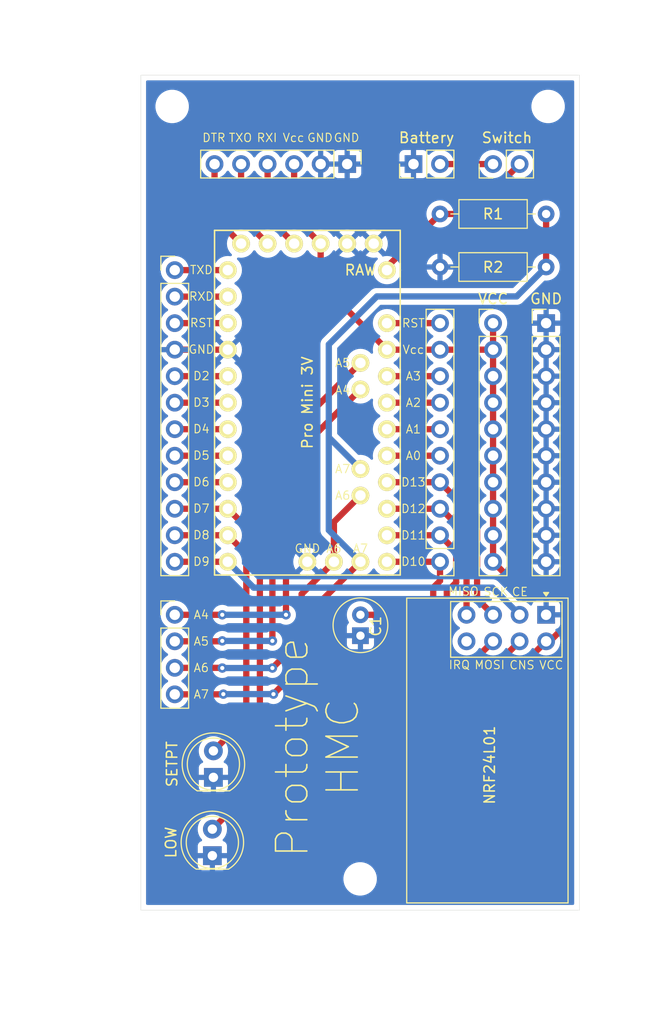
<source format=kicad_pcb>
(kicad_pcb (version 20240108) (generator "pcbnew") (generator_version "8.0")
  (layers (0 "F.Cu" signal "Front") (1 "In1.Cu" signal) (2 "In2.Cu" signal) (31 "B.Cu" signal "Back") (34 "B.Paste" user) (35 "F.Paste" user) (36 "B.SilkS" user "B.Silkscreen") (37 "F.SilkS" user "F.Silkscreen") (38 "B.Mask" user) (39 "F.Mask" user) (44 "Edge.Cuts" user))
  (net 0 "")
  (net 1 "GND")
  (net 2 "Net-(Battery1-Pin_2)")
  (net 3 "Vcc")
  (net 4 "RX1")
  (net 5 "DTR")
  (net 6 "TX0")
  (net 7 "A7")
  (net 8 "A5")
  (net 9 "A4")
  (net 10 "A6")
  (net 11 "D8")
  (net 12 "D3")
  (net 13 "D7")
  (net 14 "D4")
  (net 15 "D2")
  (net 16 "D5")
  (net 17 "D9")
  (net 18 "D6")
  (net 19 "RST")
  (net 20 "A0")
  (net 21 "D10")
  (net 22 "MOSI")
  (net 23 "A2")
  (net 24 "SCK")
  (net 25 "A3")
  (net 26 "MISO")
  (net 27 "A1")
  (net 28 "RAW")
  (net 30 "RX_D1")
  (net 31 "TX_D0")
  (net 32 "RST1")
  (footprint "Connector_PinHeader_2.54mm:PinHeader_1x02_P2.54mm_Vertical" (layer "F.Cu") (at 151.83 51.52 90)
    (property "Reference" "Switch" (at 2.52 1.33 180) (layer "F.SilkS"))
    (property "Value" "Conn_01x02")
    (fp_line (start -1.33 -1.33) (end 0 -1.33) (stroke (width 0.12)) (layer "F.SilkS"))
    (fp_line (start -1.33 0) (end -1.33 -1.33) (stroke (width 0.12)) (layer "F.SilkS"))
    (fp_line (start 1.33 1.27) (end 1.33 3.87) (stroke (width 0.12)) (layer "F.SilkS"))
    (fp_line (start -1.33 1.27) (end 1.33 1.27) (stroke (width 0.12)) (layer "F.SilkS"))
    (fp_line (start -1.33 1.27) (end -1.33 3.87) (stroke (width 0.12)) (layer "F.SilkS"))
    (fp_line (start -1.33 3.87) (end 1.33 3.87) (stroke (width 0.12)) (layer "F.SilkS"))
    (pad "1" thru_hole oval (at 0 0 90) (size 1.7 1.7) (drill 1) (layers "*.Cu" "*.Mask") (net 2 "Net-(Battery1-Pin_2)"))
    (pad "2" thru_hole oval (at 0 2.54 90) (size 1.7 1.7) (drill 1) (layers "*.Cu" "*.Mask") (net 28 "RAW"))
  )
  (footprint "MountingHole:MountingHole_2.7mm_M2.5" (layer "F.Cu") (at 157.1 46)
    (property "Reference" "REF**" (hide yes))
    (property "Value" "MountingHole_2.7mm_M2.5")
    (pad "" np_thru_hole circle (at 0 0) (size 2.7 2.7) (drill 2.7) (layers "*.Cu" "*.Mask"))
  )
  (footprint "Connector_PinHeader_2.54mm:PinHeader_1x10_P2.54mm_Vertical" (layer "F.Cu") (at 151.83 66.76)
    (property "Reference" "VCC" (at 0 -2.33 0) (layer "F.SilkS"))
    (property "Value" "Conn_01x10")
    (fp_line (start -1.33 -1.33) (end 0 -1.33) (stroke (width 0.12)) (layer "F.SilkS"))
    (fp_line (start -1.33 0) (end -1.33 -1.33) (stroke (width 0.12)) (layer "F.SilkS"))
    (fp_line (start -1.33 1.27) (end -1.33 24.19) (stroke (width 0.12)) (layer "F.SilkS"))
    (fp_line (start -1.33 1.27) (end 1.33 1.27) (stroke (width 0.12)) (layer "F.SilkS"))
    (fp_line (start -1.33 24.19) (end 1.33 24.19) (stroke (width 0.12)) (layer "F.SilkS"))
    (fp_line (start 1.33 1.27) (end 1.33 24.19) (stroke (width 0.12)) (layer "F.SilkS"))
    (pad "1" thru_hole oval (at 0 0) (size 1.7 1.7) (drill 1) (layers "*.Cu" "*.Mask") (net 3 "Vcc"))
    (pad "2" thru_hole oval (at 0 2.54) (size 1.7 1.7) (drill 1) (layers "*.Cu" "*.Mask") (net 3 "Vcc"))
    (pad "3" thru_hole oval (at 0 5.08) (size 1.7 1.7) (drill 1) (layers "*.Cu" "*.Mask") (net 3 "Vcc"))
    (pad "4" thru_hole oval (at 0 7.62) (size 1.7 1.7) (drill 1) (layers "*.Cu" "*.Mask") (net 3 "Vcc"))
    (pad "5" thru_hole oval (at 0 10.16) (size 1.7 1.7) (drill 1) (layers "*.Cu" "*.Mask") (net 3 "Vcc"))
    (pad "6" thru_hole oval (at 0 12.7) (size 1.7 1.7) (drill 1) (layers "*.Cu" "*.Mask") (net 3 "Vcc"))
    (pad "7" thru_hole oval (at 0 15.24) (size 1.7 1.7) (drill 1) (layers "*.Cu" "*.Mask") (net 3 "Vcc"))
    (pad "8" thru_hole oval (at 0 17.78) (size 1.7 1.7) (drill 1) (layers "*.Cu" "*.Mask") (net 3 "Vcc"))
    (pad "9" thru_hole oval (at 0 20.32) (size 1.7 1.7) (drill 1) (layers "*.Cu" "*.Mask") (net 3 "Vcc"))
    (pad "10" thru_hole oval (at 0 22.86) (size 1.7 1.7) (drill 1) (layers "*.Cu" "*.Mask") (net 3 "Vcc"))
  )
  (footprint "MountingHole:MountingHole_2.7mm_M2.5" (layer "F.Cu") (at 121.1 46)
    (property "Reference" "REF**" (hide yes))
    (property "Value" "MountingHole_2.7mm_M2.5")
    (pad "" np_thru_hole circle (at 0 0) (size 2.7 2.7) (drill 2.7) (layers "*.Cu" "*.Mask"))
  )
  (footprint "Connector_PinHeader_2.54mm:PinHeader_1x02_P2.54mm_Vertical" (layer "F.Cu") (at 144.21 51.52 90)
    (property "Reference" "Battery" (at 2.52 1.25 180) (layer "F.SilkS"))
    (property "Value" "Conn_01x02")
    (fp_line (start -1.33 -1.33) (end 0 -1.33) (stroke (width 0.12)) (layer "F.SilkS"))
    (fp_line (start -1.33 0) (end -1.33 -1.33) (stroke (width 0.12)) (layer "F.SilkS"))
    (fp_line (start 1.33 1.27) (end 1.33 3.87) (stroke (width 0.12)) (layer "F.SilkS"))
    (fp_line (start -1.33 1.27) (end 1.33 1.27) (stroke (width 0.12)) (layer "F.SilkS"))
    (fp_line (start -1.33 1.27) (end -1.33 3.87) (stroke (width 0.12)) (layer "F.SilkS"))
    (fp_line (start -1.33 3.87) (end 1.33 3.87) (stroke (width 0.12)) (layer "F.SilkS"))
    (pad "1" thru_hole rect (at 0 0 90) (size 1.7 1.7) (drill 1) (layers "*.Cu" "*.Mask") (net 1 "GND"))
    (pad "2" thru_hole oval (at 0 2.54 90) (size 1.7 1.7) (drill 1) (layers "*.Cu" "*.Mask") (net 2 "Net-(Battery1-Pin_2)"))
  )
  (footprint "Connector_PinHeader_2.54mm:PinHeader_1x06_P2.54mm_Vertical" (layer "F.Cu") (at 137.86 51.52 -90)
    (property "Reference" "FTDI1" (hide yes))
    (property "Value" "Conn_01x06")
    (fp_line (start -1.33 14.03) (end 1.33 14.03) (stroke (width 0.12)) (layer "F.SilkS"))
    (fp_line (start -1.33 1.27) (end -1.33 14.03) (stroke (width 0.12)) (layer "F.SilkS"))
    (fp_line (start -1.33 1.27) (end 1.33 1.27) (stroke (width 0.12)) (layer "F.SilkS"))
    (fp_line (start 1.33 1.27) (end 1.33 14.03) (stroke (width 0.12)) (layer "F.SilkS"))
    (fp_line (start -1.33 0) (end -1.33 -1.33) (stroke (width 0.12)) (layer "F.SilkS"))
    (fp_line (start -1.33 -1.33) (end 0 -1.33) (stroke (width 0.12)) (layer "F.SilkS"))
    (pad "1" thru_hole rect (at 0 0 270) (size 1.7 1.7) (drill 1) (layers "*.Cu" "*.Mask") (net 1 "GND"))
    (pad "2" thru_hole oval (at 0 2.54 270) (size 1.7 1.7) (drill 1) (layers "*.Cu" "*.Mask") (net 1 "GND"))
    (pad "3" thru_hole oval (at 0 5.08 270) (size 1.7 1.7) (drill 1) (layers "*.Cu" "*.Mask") (net 3 "Vcc"))
    (pad "4" thru_hole oval (at 0 7.62 270) (size 1.7 1.7) (drill 1) (layers "*.Cu" "*.Mask") (net 4 "RX1"))
    (pad "5" thru_hole oval (at 0 10.16 270) (size 1.7 1.7) (drill 1) (layers "*.Cu" "*.Mask") (net 6 "TX0"))
    (pad "6" thru_hole oval (at 0 12.7 270) (size 1.7 1.7) (drill 1) (layers "*.Cu" "*.Mask") (net 5 "DTR"))
  )
  (footprint "Connector_PinHeader_2.54mm:PinHeader_1x10_P2.54mm_Vertical" (layer "F.Cu") (at 156.91 66.76)
    (property "Reference" "GND" (at 0 -2.33 0) (layer "F.SilkS"))
    (property "Value" "Conn_01x10")
    (fp_line (start -1.33 -1.33) (end 0 -1.33) (stroke (width 0.12)) (layer "F.SilkS"))
    (fp_line (start -1.33 0) (end -1.33 -1.33) (stroke (width 0.12)) (layer "F.SilkS"))
    (fp_line (start -1.33 1.27) (end -1.33 24.19) (stroke (width 0.12)) (layer "F.SilkS"))
    (fp_line (start -1.33 1.27) (end 1.33 1.27) (stroke (width 0.12)) (layer "F.SilkS"))
    (fp_line (start -1.33 24.19) (end 1.33 24.19) (stroke (width 0.12)) (layer "F.SilkS"))
    (fp_line (start 1.33 1.27) (end 1.33 24.19) (stroke (width 0.12)) (layer "F.SilkS"))
    (pad "1" thru_hole rect (at 0 0) (size 1.7 1.7) (drill 1) (layers "*.Cu" "*.Mask") (net 1 "GND"))
    (pad "2" thru_hole oval (at 0 2.54) (size 1.7 1.7) (drill 1) (layers "*.Cu" "*.Mask") (net 1 "GND"))
    (pad "3" thru_hole oval (at 0 5.08) (size 1.7 1.7) (drill 1) (layers "*.Cu" "*.Mask") (net 1 "GND"))
    (pad "4" thru_hole oval (at 0 7.62) (size 1.7 1.7) (drill 1) (layers "*.Cu" "*.Mask") (net 1 "GND"))
    (pad "5" thru_hole oval (at 0 10.16) (size 1.7 1.7) (drill 1) (layers "*.Cu" "*.Mask") (net 1 "GND"))
    (pad "6" thru_hole oval (at 0 12.7) (size 1.7 1.7) (drill 1) (layers "*.Cu" "*.Mask") (net 1 "GND"))
    (pad "7" thru_hole oval (at 0 15.24) (size 1.7 1.7) (drill 1) (layers "*.Cu" "*.Mask") (net 1 "GND"))
    (pad "8" thru_hole oval (at 0 17.78) (size 1.7 1.7) (drill 1) (layers "*.Cu" "*.Mask") (net 1 "GND"))
    (pad "9" thru_hole oval (at 0 20.32) (size 1.7 1.7) (drill 1) (layers "*.Cu" "*.Mask") (net 1 "GND"))
    (pad "10" thru_hole oval (at 0 22.86) (size 1.7 1.7) (drill 1) (layers "*.Cu" "*.Mask") (net 1 "GND"))
  )
  (footprint "Resistor_THT:R_Axial_DIN0207_L6.3mm_D2.5mm_P10.16mm_Horizontal" (layer "F.Cu") (at 146.75 56.3)
    (property "Reference" "R1" (at 5.08 0 0) (layer "F.SilkS"))
    (property "Value" "R")
    (fp_line (start 1.04 0) (end 1.81 0) (stroke (width 0.12)) (layer "F.SilkS"))
    (fp_line (start 1.81 -1.37) (end 1.81 1.37) (stroke (width 0.12)) (layer "F.SilkS"))
    (fp_line (start 1.81 1.37) (end 8.35 1.37) (stroke (width 0.12)) (layer "F.SilkS"))
    (fp_line (start 8.35 -1.37) (end 1.81 -1.37) (stroke (width 0.12)) (layer "F.SilkS"))
    (fp_line (start 8.35 1.37) (end 8.35 -1.37) (stroke (width 0.12)) (layer "F.SilkS"))
    (fp_line (start 9.12 0) (end 8.35 0) (stroke (width 0.12)) (layer "F.SilkS"))
    (pad "1" thru_hole circle (at 0 0) (size 1.6 1.6) (drill 0.8) (layers "*.Cu" "*.Mask") (net 28 "RAW"))
    (pad "2" thru_hole oval (at 10.16 0) (size 1.6 1.6) (drill 0.8) (layers "*.Cu" "*.Mask") (net 7 "A7"))
  )
  (footprint "MountingHole:MountingHole_2.7mm_M2.5" (layer "F.Cu") (at 139.1 120)
    (property "Reference" "REF**" (hide yes))
    (property "Value" "MountingHole_2.7mm_M2.5")
    (pad "" np_thru_hole circle (at 0 0) (size 2.7 2.7) (drill 2.7) (layers "*.Cu" "*.Mask"))
  )
  (footprint "Connector_PinHeader_2.54mm:PinHeader_1x10_P2.54mm_Vertical" (layer "F.Cu") (at 146.75 89.62 180)
    (property "Reference" "JRight1" (hide yes))
    (property "Value" "Conn_01x10")
    (fp_line (start 1.33 1.27) (end 1.33 24.19) (stroke (width 0.12)) (layer "F.SilkS"))
    (fp_line (start -1.33 24.19) (end 1.33 24.19) (stroke (width 0.12)) (layer "F.SilkS"))
    (fp_line (start -1.33 1.27) (end 1.33 1.27) (stroke (width 0.12)) (layer "F.SilkS"))
    (fp_line (start -1.33 1.27) (end -1.33 24.19) (stroke (width 0.12)) (layer "F.SilkS"))
    (fp_line (start -1.33 0) (end -1.33 -1.33) (stroke (width 0.12)) (layer "F.SilkS"))
    (fp_line (start -1.33 -1.33) (end 0 -1.33) (stroke (width 0.12)) (layer "F.SilkS"))
    (pad "1" thru_hole oval (at 0 0 180) (size 1.7 1.7) (drill 1) (layers "*.Cu" "*.Mask") (net 21 "D10"))
    (pad "2" thru_hole oval (at 0 2.54 180) (size 1.7 1.7) (drill 1) (layers "*.Cu" "*.Mask") (net 22 "MOSI"))
    (pad "3" thru_hole oval (at 0 5.08 180) (size 1.7 1.7) (drill 1) (layers "*.Cu" "*.Mask") (net 26 "MISO"))
    (pad "4" thru_hole oval (at 0 7.62 180) (size 1.7 1.7) (drill 1) (layers "*.Cu" "*.Mask") (net 24 "SCK"))
    (pad "5" thru_hole oval (at 0 10.16 180) (size 1.7 1.7) (drill 1) (layers "*.Cu" "*.Mask") (net 20 "A0"))
    (pad "6" thru_hole oval (at 0 12.7 180) (size 1.7 1.7) (drill 1) (layers "*.Cu" "*.Mask") (net 27 "A1"))
    (pad "7" thru_hole oval (at 0 15.24 180) (size 1.7 1.7) (drill 1) (layers "*.Cu" "*.Mask") (net 23 "A2"))
    (pad "8" thru_hole oval (at 0 17.78 180) (size 1.7 1.7) (drill 1) (layers "*.Cu" "*.Mask") (net 25 "A3"))
    (pad "9" thru_hole oval (at 0 20.32 180) (size 1.7 1.7) (drill 1) (layers "*.Cu" "*.Mask") (net 3 "Vcc"))
    (pad "10" thru_hole oval (at 0 22.86 180) (size 1.7 1.7) (drill 1) (layers "*.Cu" "*.Mask") (net 19 "RST"))
  )
  (footprint "LED_THT:LED_D5.0mm" (layer "F.Cu") (at 124.95 117.775 90)
    (property "Reference" "LOW" (at 1.27 -3.96 90) (layer "F.SilkS"))
    (property "Value" "LED")
    (fp_line (start -1.29 -1.545) (end -1.29 1.545) (stroke (width 0.12)) (layer "F.SilkS"))
    (fp_arc (start -1.29 -1.54483) (mid 2.072002 -2.880433) (end 4.26 0.000462) (stroke (width 0.12)) (layer "F.SilkS"))
    (fp_arc (start 4.26 -0.000462) (mid 2.072002 2.880433) (end -1.29 1.54483) (stroke (width 0.12)) (layer "F.SilkS"))
    (fp_circle (center 1.27 0) (end 3.77 0) (stroke (width 0.12)) (fill none) (layer "F.SilkS"))
    (pad "1" thru_hole rect (at 0 0 90) (size 1.8 1.8) (drill 0.9) (layers "*.Cu" "*.Mask") (net 1 "GND"))
    (pad "2" thru_hole circle (at 2.54 0 90) (size 1.8 1.8) (drill 0.9) (layers "*.Cu" "*.Mask") (net 13 "D7"))
  )
  (footprint "Capacitor_THT:C_Radial_D5.0mm_H11.0mm_P2.00mm" (layer "F.Cu") (at 139.13 94.7 -90)
    (property "Reference" "C1" (at 1.1 -1.47 -90) (layer "F.SilkS"))
    (property "Value" "C_Polarized")
    (fp_circle (center 1 0) (end 3.62 0) (stroke (width 0.12)) (fill none) (layer "F.SilkS"))
    (pad "1" thru_hole circle (at 0 0 270) (size 1.6 1.6) (drill 0.8) (layers "*.Cu" "*.Mask") (net 3 "Vcc"))
    (pad "2" thru_hole rect (at 2 0 270) (size 1.6 1.6) (drill 0.8) (layers "*.Cu" "*.Mask") (net 1 "GND"))
  )
  (footprint "Pro_Mini:Pro_Mini_Universal" (layer "F.Cu") (at 126.43 61.68)
    (property "Reference" "Pro Mini 3V" (at 7.62 12.7 90) (layer "F.SilkS"))
    (property "Value" "Pro_Mini")
    (fp_line (start -1.27 -3.81) (end -1.27 29.21) (stroke (width 0.15)) (layer "F.SilkS"))
    (fp_line (start -1.27 -3.81) (end 16.51 -3.81) (stroke (width 0.15)) (layer "F.SilkS"))
    (fp_line (start -1.27 29.21) (end 16.51 29.21) (stroke (width 0.15)) (layer "F.SilkS"))
    (fp_line (start 16.51 29.21) (end 16.51 -3.81) (stroke (width 0.15)) (layer "F.SilkS"))
    (fp_text user "TXO" (at 1.21 -12.68 0) (layer "F.SilkS") (effects (font (size 0.8 0.8) (thickness 0.1))))
    (fp_text user "A4" (at 11 11.5 180) (layer "F.SilkS") (effects (font (size 0.8 0.8) (thickness 0.1))))
    (fp_text user "GND" (at 7.62 26.67 0) (layer "F.SilkS") (effects (font (size 0.8 0.8) (thickness 0.1))))
    (fp_text user "D11" (at 17.77 25.4 0) (layer "F.SilkS") (effects (font (size 0.8 0.8) (thickness 0.1))))
    (fp_text user "GND" (at 8.83 -12.68 0) (layer "F.SilkS") (effects (font (size 0.8 0.8) (thickness 0.1))))
    (fp_text user "D5" (at -2.53 17.76 0) (layer "F.SilkS") (effects (font (size 0.8 0.8) (thickness 0.1))))
    (fp_text user "DTR" (at -1.33 -12.68 180) (layer "F.SilkS") (effects (font (size 0.8 0.8) (thickness 0.1))))
    (fp_text user "D8" (at -2.53 25.38 0) (layer "F.SilkS") (effects (font (size 0.8 0.8) (thickness 0.1))))
    (fp_text user "A6" (at 11 21.59 0) (layer "F.SilkS") (effects (font (size 0.8 0.8) (thickness 0.1))))
    (fp_text user "D12" (at 17.77 22.86 0) (layer "F.SilkS") (effects (font (size 0.8 0.8) (thickness 0.1))))
    (fp_text user "A2" (at 17.77 12.7 0) (layer "F.SilkS") (effects (font (size 0.8 0.8) (thickness 0.1))))
    (fp_text user "Vcc" (at 6.29 -12.68 0) (layer "F.SilkS") (effects (font (size 0.8 0.8) (thickness 0.1))))
    (fp_text user "A6" (at 10.16 26.67 180) (layer "F.SilkS") (effects (font (size 0.8 0.8) (thickness 0.1))))
    (fp_text user "RXI" (at 3.75 -12.68 0) (layer "F.SilkS") (effects (font (size 0.8 0.8) (thickness 0.1))))
    (fp_text user "D13" (at 17.77 20.32 0) (layer "F.SilkS") (effects (font (size 0.8 0.8) (thickness 0.1))))
    (fp_text user "D2" (at -2.53 10.14 0) (layer "F.SilkS") (effects (font (size 0.8 0.8) (thickness 0.1))))
    (fp_text user "D9" (at -2.53 27.92 180) (layer "F.SilkS") (effects (font (size 0.8 0.8) (thickness 0.1))))
    (fp_text user "D10" (at 17.77 27.92 0) (layer "F.SilkS") (effects (font (size 0.8 0.8) (thickness 0.1))))
    (fp_text user "RST" (at 17.77 5.08 0) (layer "F.SilkS") (effects (font (size 0.8 0.8) (thickness 0.1))))
    (fp_text user "D6" (at -2.53 20.3 0) (layer "F.SilkS") (effects (font (size 0.8 0.8) (thickness 0.1))))
    (fp_text user "A7" (at 11 19.05 0) (layer "F.SilkS") (effects (font (size 0.8 0.8) (thickness 0.1))))
    (fp_text user "Vcc" (at 17.77 7.62 0) (layer "F.SilkS") (effects (font (size 0.8 0.8) (thickness 0.1))))
    (fp_text user "A5" (at 11 8.89 180) (layer "F.SilkS") (effects (font (size 0.8 0.8) (thickness 0.1))))
    (fp_text user "TXD" (at -2.53 -0.02 0) (layer "F.SilkS") (effects (font (size 0.8 0.8) (thickness 0.1))))
    (fp_text user "A3" (at 17.77 10.16 0) (layer "F.SilkS") (effects (font (size 0.8 0.8) (thickness 0.1))))
    (fp_text user "RST" (at -2.53 5.06 0) (layer "F.SilkS") (effects (font (size 0.8 0.8) (thickness 0.1))))
    (fp_text user "D7" (at -2.53 22.84 0) (layer "F.SilkS") (effects (font (size 0.8 0.8) (thickness 0.1))))
    (fp_text user "A1" (at 17.77 15.24 0) (layer "F.SilkS") (effects (font (size 0.8 0.8) (thickness 0.1))))
    (fp_text user "RAW" (at 12.7 0 0) (layer "F.SilkS"))
    (fp_text user "D3" (at -2.53 12.68 0) (layer "F.SilkS") (effects (font (size 0.8 0.8) (thickness 0.1))))
    (fp_text user "RXD" (at -2.53 2.52 0) (layer "F.SilkS") (effects (font (size 0.8 0.8) (thickness 0.1))))
    (fp_text user "GND" (at 11.37 -12.68 0) (layer "F.SilkS") (effects (font (size 0.8 0.8) (thickness 0.1))))
    (fp_text user "GND" (at -2.53 7.6 0) (layer "F.SilkS") (effects (font (size 0.8 0.8) (thickness 0.1))))
    (fp_text user "D4" (at -2.53 15.22 0) (layer "F.SilkS") (effects (font (size 0.8 0.8) (thickness 0.1))))
    (fp_text user "A0" (at 17.77 17.78 0) (layer "F.SilkS") (effects (font (size 0.8 0.8) (thickness 0.1))))
    (fp_text user "A7" (at 12.7 26.67 180) (layer "F.SilkS") (effects (font (size 0.8 0.8) (thickness 0.1))))
    (pad "1" thru_hole circle (at 13.97 -2.54) (size 1.7 1.7) (drill 1) (layers "*.Cu" "*.Mask" "F.SilkS") (net 1 "GND"))
    (pad "2" thru_hole circle (at 11.43 -2.54) (size 1.7 1.7) (drill 1) (layers "*.Cu" "*.Mask" "F.SilkS") (net 1 "GND"))
    (pad "3" thru_hole circle (at 8.89 -2.54) (size 1.7 1.7) (drill 1) (layers "*.Cu" "*.Mask" "F.SilkS") (net 3 "Vcc"))
    (pad "4" thru_hole circle (at 6.35 -2.54) (size 1.7 1.7) (drill 1) (layers "*.Cu" "*.Mask" "F.SilkS") (net 4 "RX1"))
    (pad "5" thru_hole circle (at 3.81 -2.54) (size 1.7 1.7) (drill 1) (layers "*.Cu" "*.Mask" "F.SilkS") (net 6 "TX0"))
    (pad "6" thru_hole circle (at 1.27 -2.54) (size 1.7 1.7) (drill 1) (layers "*.Cu" "*.Mask" "F.SilkS") (net 5 "DTR"))
    (pad "7" thru_hole circle (at 0 0) (size 1.7 1.7) (drill 1) (layers "*.Cu" "*.Mask" "F.SilkS") (net 31 "TX_D0"))
    (pad "8" thru_hole circle (at 0 2.54) (size 1.7 1.7) (drill 1) (layers "*.Cu" "*.Mask" "F.SilkS") (net 30 "RX_D1"))
    (pad "9" thru_hole circle (at 0 5.08) (size 1.7 1.7) (drill 1) (layers "*.Cu" "*.Mask" "F.SilkS") (net 32 "RST1"))
    (pad "10" thru_hole circle (at 0 7.62) (size 1.7 1.7) (drill 1) (layers "*.Cu" "*.Mask" "F.SilkS") (net 1 "GND"))
    (pad "10" thru_hole circle (at 7.62 27.94) (size 1.7 1.7) (drill 1) (layers "*.Cu" "*.Mask" "F.SilkS") (net 1 "GND"))
    (pad "11" thru_hole circle (at 0 10.16) (size 1.7 1.7) (drill 1) (layers "*.Cu" "*.Mask" "F.SilkS") (net 15 "D2"))
    (pad "12" thru_hole circle (at 0 12.7) (size 1.7 1.7) (drill 1) (layers "*.Cu" "*.Mask" "F.SilkS") (net 12 "D3"))
    (pad "13" thru_hole circle (at 0 15.24) (size 1.7 1.7) (drill 1) (layers "*.Cu" "*.Mask" "F.SilkS") (net 14 "D4"))
    (pad "14" thru_hole circle (at 0 17.78) (size 1.7 1.7) (drill 1) (layers "*.Cu" "*.Mask" "F.SilkS") (net 16 "D5"))
    (pad "15" thru_hole circle (at 0 20.32) (size 1.7 1.7) (drill 1) (layers "*.Cu" "*.Mask" "F.SilkS") (net 18 "D6"))
    (pad "16" thru_hole circle (at 0 22.86) (size 1.7 1.7) (drill 1) (layers "*.Cu" "*.Mask" "F.SilkS") (net 13 "D7"))
    (pad "17" thru_hole circle (at 0 25.4) (size 1.7 1.7) (drill 1) (layers "*.Cu" "*.Mask" "F.SilkS") (net 11 "D8"))
    (pad "18" thru_hole circle (at 0 27.94) (size 1.7 1.7) (drill 1) (layers "*.Cu" "*.Mask" "F.SilkS") (net 17 "D9"))
    (pad "19" thru_hole circle (at 15.24 0) (size 1.7 1.7) (drill 1) (layers "*.Cu" "*.Mask" "F.SilkS") (net 28 "RAW"))
    (pad "21" thru_hole circle (at 15.24 5.08) (size 1.7 1.7) (drill 1) (layers "*.Cu" "*.Mask" "F.SilkS") (net 19 "RST"))
    (pad "22" thru_hole circle (at 15.24 7.62) (size 1.7 1.7) (drill 1) (layers "*.Cu" "*.Mask" "F.SilkS") (net 3 "Vcc"))
    (pad "23" thru_hole circle (at 15.24 10.16) (size 1.7 1.7) (drill 1) (layers "*.Cu" "*.Mask" "F.SilkS") (net 25 "A3"))
    (pad "24" thru_hole circle (at 15.24 12.7) (size 1.7 1.7) (drill 1) (layers "*.Cu" "*.Mask" "F.SilkS") (net 23 "A2"))
    (pad "25" thru_hole circle (at 15.24 15.24) (size 1.7 1.7) (drill 1) (layers "*.Cu" "*.Mask" "F.SilkS") (net 27 "A1"))
    (pad "26" thru_hole circle (at 15.24 17.78) (size 1.7 1.7) (drill 1) (layers "*.Cu" "*.Mask" "F.SilkS") (net 20 "A0"))
    (pad "27" thru_hole circle (at 15.24 20.32) (size 1.7 1.7) (drill 1) (layers "*.Cu" "*.Mask" "F.SilkS") (net 24 "SCK"))
    (pad "28" thru_hole circle (at 15.24 22.86) (size 1.7 1.7) (drill 1) (layers "*.Cu" "*.Mask" "F.SilkS") (net 26 "MISO"))
    (pad "29" thru_hole circle (at 15.24 25.4) (size 1.7 1.7) (drill 1) (layers "*.Cu" "*.Mask" "F.SilkS") (net 22 "MOSI"))
    (pad "30" thru_hole circle (at 15.24 27.94) (size 1.7 1.7) (drill 1) (layers "*.Cu" "*.Mask" "F.SilkS") (net 21 "D10"))
    (pad "31" thru_hole circle (at 12.7 11.43) (size 1.7 1.7) (drill 1) (layers "*.Cu" "*.Mask" "F.SilkS") (net 9 "A4"))
    (pad "32" thru_hole circle (at 12.7 8.89) (size 1.7 1.7) (drill 1) (layers "*.Cu" "*.Mask" "F.SilkS") (net 8 "A5"))
    (pad "33" thru_hole circle (at 10.16 27.94) (size 1.7 1.7) (drill 1) (layers "*.Cu" "*.Mask" "F.SilkS") (net 10 "A6"))
    (pad "33" thru_hole circle (at 12.7 21.59) (size 1.7 1.7) (drill 1) (layers "*.Cu" "*.Mask" "F.SilkS") (net 10 "A6"))
    (pad "34" thru_hole circle (at 12.7 19.05) (size 1.7 1.7) (drill 1) (layers "*.Cu" "*.Mask" "F.SilkS") (net 7 "A7"))
    (pad "34" thru_hole circle (at 12.7 27.94) (size 1.7 1.7) (drill 1) (layers "*.Cu" "*.Mask" "F.SilkS") (net 7 "A7"))
  )
  (footprint "RF_Module:nRF24L01_Breakout" (layer "F.Cu") (at 156.91 94.7 -90)
    (property "Reference" "NRF24L01" (at 14.4 5.41 90) (layer "F.SilkS"))
    (property "Value" "NRF24L01_Breakout")
    (fp_line (start -1.6 13.35) (end -1.6 -2.1) (stroke (width 0.12)) (layer "F.SilkS"))
    (fp_line (start 27.6 13.35) (end -1.6 13.35) (stroke (width 0.12)) (layer "F.SilkS"))
    (fp_line (start -1.27 9.144) (end -1.27 9.144) (stroke (width 0.12)) (layer "F.SilkS"))
    (fp_line (start -1.27 9.144) (end -1.27 -1.524) (stroke (width 0.12)) (layer "F.SilkS"))
    (fp_line (start 4.064 9.144) (end -1.27 9.144) (stroke (width 0.12)) (layer "F.SilkS"))
    (fp_line (start -1.27 -1.524) (end -1.27 -1.524) (stroke (width 0.12)) (layer "F.SilkS"))
    (fp_line (start -1.27 -1.524) (end 4.064 -1.524) (stroke (width 0.12)) (layer "F.SilkS"))
    (fp_line (start 4.064 -1.524) (end 4.064 9.144) (stroke (width 0.12)) (layer "F.SilkS"))
    (fp_line (start -1.6 -2.1) (end -1.6 -2.1) (stroke (width 0.12)) (layer "F.SilkS"))
    (fp_line (start -1.6 -2.1) (end 27.6 -2.1) (stroke (width 0.12)) (layer "F.SilkS"))
    (fp_line (start 27.6 -2.1) (end 27.6 13.35) (stroke (width 0.12)) (layer "F.SilkS"))
    (fp_poly (pts (xy -1.8 0) (xy -2.136 0.24) (xy -2.136 -0.24) (xy -1.8 0)) (stroke (width 0.12)) (fill solid) (layer "F.SilkS"))
    (pad "1" thru_hole rect (at 0 0 270) (size 1.7 1.7) (drill 1) (layers "*.Cu" "*.Mask") (net 1 "GND"))
    (pad "2" thru_hole circle (at 2.54 0 270) (size 1.7 1.7) (drill 1) (layers "*.Cu" "*.Mask") (net 3 "Vcc"))
    (pad "3" thru_hole circle (at 0 2.54 270) (size 1.7 1.7) (drill 1) (layers "*.Cu" "*.Mask") (net 17 "D9"))
    (pad "4" thru_hole circle (at 2.54 2.54 270) (size 1.7 1.7) (drill 1) (layers "*.Cu" "*.Mask") (net 21 "D10"))
    (pad "5" thru_hole circle (at 0 5.08 270) (size 1.7 1.7) (drill 1) (layers "*.Cu" "*.Mask") (net 24 "SCK"))
    (pad "6" thru_hole circle (at 2.54 5.08 270) (size 1.7 1.7) (drill 1) (layers "*.Cu" "*.Mask") (net 22 "MOSI"))
    (pad "7" thru_hole circle (at 0 7.62 270) (size 1.7 1.7) (drill 1) (layers "*.Cu" "*.Mask") (net 26 "MISO"))
    (pad "8" thru_hole circle (at 2.54 7.62 270) (size 1.7 1.7) (drill 1) (layers "*.Cu" "*.Mask"))
  )
  (footprint "Connector_PinHeader_2.54mm:PinHeader_1x04_P2.54mm_Vertical" (layer "F.Cu") (at 121.35 94.7)
    (property "Reference" "JBottom1" (hide yes))
    (property "Value" "Conn_01x04")
    (fp_line (start -1.33 -1.33) (end 0 -1.33) (stroke (width 0.12)) (layer "F.SilkS"))
    (fp_line (start -1.33 0) (end -1.33 -1.33) (stroke (width 0.12)) (layer "F.SilkS"))
    (fp_line (start -1.33 1.27) (end -1.33 8.95) (stroke (width 0.12)) (layer "F.SilkS"))
    (fp_line (start -1.33 1.27) (end 1.33 1.27) (stroke (width 0.12)) (layer "F.SilkS"))
    (fp_line (start -1.33 8.95) (end 1.33 8.95) (stroke (width 0.12)) (layer "F.SilkS"))
    (fp_line (start 1.33 1.27) (end 1.33 8.95) (stroke (width 0.12)) (layer "F.SilkS"))
    (pad "1" thru_hole oval (at 0 0) (size 1.7 1.7) (drill 1) (layers "*.Cu" "*.Mask") (net 9 "A4"))
    (pad "2" thru_hole oval (at 0 2.54) (size 1.7 1.7) (drill 1) (layers "*.Cu" "*.Mask") (net 8 "A5"))
    (pad "3" thru_hole oval (at 0 5.08) (size 1.7 1.7) (drill 1) (layers "*.Cu" "*.Mask") (net 10 "A6"))
    (pad "4" thru_hole oval (at 0 7.62) (size 1.7 1.7) (drill 1) (layers "*.Cu" "*.Mask") (net 7 "A7"))
  )
  (footprint "LED_THT:LED_D5.0mm" (layer "F.Cu") (at 125.05 110.275 90)
    (property "Reference" "SETPT" (at 1.27 -3.96 90) (layer "F.SilkS"))
    (property "Value" "LED")
    (fp_line (start -1.29 -1.545) (end -1.29 1.545) (stroke (width 0.12)) (layer "F.SilkS"))
    (fp_arc (start -1.29 -1.54483) (mid 2.072002 -2.880433) (end 4.26 0.000462) (stroke (width 0.12)) (layer "F.SilkS"))
    (fp_arc (start 4.26 -0.000462) (mid 2.072002 2.880433) (end -1.29 1.54483) (stroke (width 0.12)) (layer "F.SilkS"))
    (fp_circle (center 1.27 0) (end 3.77 0) (stroke (width 0.12)) (fill none) (layer "F.SilkS"))
    (pad "1" thru_hole rect (at 0 0 90) (size 1.8 1.8) (drill 0.9) (layers "*.Cu" "*.Mask") (net 1 "GND"))
    (pad "2" thru_hole circle (at 2.54 0 90) (size 1.8 1.8) (drill 0.9) (layers "*.Cu" "*.Mask") (net 11 "D8"))
  )
  (footprint "Connector_PinHeader_2.54mm:PinHeader_1x12_P2.54mm_Vertical" (layer "F.Cu") (at 121.35 61.68)
    (property "Reference" "JLeft1" (hide yes))
    (property "Value" "Conn_01x12")
    (fp_line (start -1.33 -1.33) (end 0 -1.33) (stroke (width 0.12)) (layer "F.SilkS"))
    (fp_line (start -1.33 0) (end -1.33 -1.33) (stroke (width 0.12)) (layer "F.SilkS"))
    (fp_line (start -1.33 1.27) (end -1.33 29.27) (stroke (width 0.12)) (layer "F.SilkS"))
    (fp_line (start -1.33 1.27) (end 1.33 1.27) (stroke (width 0.12)) (layer "F.SilkS"))
    (fp_line (start -1.33 29.27) (end 1.33 29.27) (stroke (width 0.12)) (layer "F.SilkS"))
    (fp_line (start 1.33 1.27) (end 1.33 29.27) (stroke (width 0.12)) (layer "F.SilkS"))
    (pad "1" thru_hole oval (at 0 0) (size 1.7 1.7) (drill 1) (layers "*.Cu" "*.Mask") (net 31 "TX_D0"))
    (pad "2" thru_hole oval (at 0 2.54) (size 1.7 1.7) (drill 1) (layers "*.Cu" "*.Mask") (net 30 "RX_D1"))
    (pad "3" thru_hole oval (at 0 5.08) (size 1.7 1.7) (drill 1) (layers "*.Cu" "*.Mask") (net 32 "RST1"))
    (pad "4" thru_hole oval (at 0 7.62) (size 1.7 1.7) (drill 1) (layers "*.Cu" "*.Mask") (net 1 "GND"))
    (pad "5" thru_hole oval (at 0 10.16) (size 1.7 1.7) (drill 1) (layers "*.Cu" "*.Mask") (net 15 "D2"))
    (pad "6" thru_hole oval (at 0 12.7) (size 1.7 1.7) (drill 1) (layers "*.Cu" "*.Mask") (net 12 "D3"))
    (pad "7" thru_hole oval (at 0 15.24) (size 1.7 1.7) (drill 1) (layers "*.Cu" "*.Mask") (net 14 "D4"))
    (pad "8" thru_hole oval (at 0 17.78) (size 1.7 1.7) (drill 1) (layers "*.Cu" "*.Mask") (net 16 "D5"))
    (pad "9" thru_hole oval (at 0 20.32) (size 1.7 1.7) (drill 1) (layers "*.Cu" "*.Mask") (net 18 "D6"))
    (pad "10" thru_hole oval (at 0 22.86) (size 1.7 1.7) (drill 1) (layers "*.Cu" "*.Mask") (net 13 "D7"))
    (pad "11" thru_hole oval (at 0 25.4) (size 1.7 1.7) (drill 1) (layers "*.Cu" "*.Mask") (net 11 "D8"))
    (pad "12" thru_hole oval (at 0 27.94) (size 1.7 1.7) (drill 1) (layers "*.Cu" "*.Mask") (net 17 "D9"))
  )
  (footprint "Resistor_THT:R_Axial_DIN0207_L6.3mm_D2.5mm_P10.16mm_Horizontal" (layer "F.Cu") (at 156.91 61.38 180)
    (property "Reference" "R2" (at 5.08 -0.02 0) (layer "F.SilkS"))
    (property "Value" "R")
    (fp_line (start 9.12 0) (end 8.35 0) (stroke (width 0.12)) (layer "F.SilkS"))
    (fp_line (start 8.35 1.37) (end 8.35 -1.37) (stroke (width 0.12)) (layer "F.SilkS"))
    (fp_line (start 8.35 -1.37) (end 1.81 -1.37) (stroke (width 0.12)) (layer "F.SilkS"))
    (fp_line (start 1.81 1.37) (end 8.35 1.37) (stroke (width 0.12)) (layer "F.SilkS"))
    (fp_line (start 1.81 -1.37) (end 1.81 1.37) (stroke (width 0.12)) (layer "F.SilkS"))
    (fp_line (start 1.04 0) (end 1.81 0) (stroke (width 0.12)) (layer "F.SilkS"))
    (pad "1" thru_hole circle (at 0 0 180) (size 1.6 1.6) (drill 0.8) (layers "*.Cu" "*.Mask") (net 7 "A7"))
    (pad "2" thru_hole oval (at 10.16 0 180) (size 1.6 1.6) (drill 0.8) (layers "*.Cu" "*.Mask") (net 1 "GND"))
  )
  (gr_rect (start 118.1 43) (end 160.1 123) (stroke (width 0.0381)) (fill none) (layer "Edge.Cuts"))
  (gr_text "IRQ" (at 148.6 99.5 0) (layer "F.SilkS") (effects (font (size 0.8 0.8) (thickness 0.1))))
  (gr_text "MOSI" (at 151.5 99.5 0) (layer "F.SilkS") (effects (font (size 0.8 0.8) (thickness 0.1))))
  (gr_text "SCK" (at 152.1 92.5 0) (layer "F.SilkS") (effects (font (size 0.8 0.8) (thickness 0.1))))
  (gr_text "A5" (at 123.89 97.24 0) (layer "F.SilkS") (effects (font (size 0.8 0.8) (thickness 0.1))))
  (gr_text "A4" (at 123.89 94.7 0) (layer "F.SilkS") (effects (font (size 0.8 0.8) (thickness 0.1))))
  (gr_text "A6" (at 123.89 99.78 0) (layer "F.SilkS") (effects (font (size 0.8 0.8) (thickness 0.1))))
  (gr_text "VCC" (at 157.4 99.52 0) (layer "F.SilkS") (effects (font (size 0.8 0.8) (thickness 0.1))))
  (gr_text "A7" (at 123.89 102.32 0) (layer "F.SilkS") (effects (font (size 0.8 0.8) (thickness 0.1))))
  (gr_text "CNS" (at 154.6 99.52 0) (layer "F.SilkS") (effects (font (size 0.8 0.8) (thickness 0.1))))
  (gr_text "Prototype\nHMC" (at 139.2 107.4 90) (layer "F.SilkS") (effects (font (size 3 3)) (justify bottom)))
  (gr_text "CE" (at 154.4 92.5 0) (layer "F.SilkS") (effects (font (size 0.8 0.8) (thickness 0.1))))
  (gr_text "MISO" (at 149 92.46 0) (layer "F.SilkS") (effects (font (size 0.8 0.8) (thickness 0.1))))
  (segment (start 121.35 69.3) (end 126.43 69.3) (width 0.6) (layer "F.Cu") (net 1))
  (segment (start 151.83 51.52) (end 146.75 51.52) (width 0.6) (layer "F.Cu") (net 2))
  (segment (start 151.83 66.76) (end 151.83 89.62) (width 0.6) (layer "F.Cu") (net 3))
  (segment (start 158.7 95.8) (end 157.26 97.24) (width 0.6) (layer "F.Cu") (net 3))
  (segment (start 147.2 101.5) (end 152.65 101.5) (width 0.6) (layer "F.Cu") (net 3))
  (segment (start 157.26 97.24) (end 156.91 97.24) (width 0.6) (layer "F.Cu") (net 3))
  (segment (start 135.32 59.14) (end 135.32 62.95) (width 0.6) (layer "F.Cu") (net 3))
  (segment (start 132.78 51.52) (end 132.78 56.6) (width 0.6) (layer "F.Cu") (net 3))
  (segment (start 158.7 93.3) (end 158.7 95.8) (width 0.6) (layer "F.Cu") (net 3))
  (segment (start 154.41 92.2) (end 157.6 92.2) (width 0.6) (layer "F.Cu") (net 3))
  (segment (start 140.4 94.7) (end 147.2 101.5) (width 0.6) (layer "F.Cu") (net 3))
  (segment (start 139.13 94.7) (end 140.4 94.7) (width 0.6) (layer "F.Cu") (net 3))
  (segment (start 151.83 89.62) (end 154.41 92.2) (width 0.6) (layer "F.Cu") (net 3))
  (segment (start 157.6 92.2) (end 158.7 93.3) (width 0.6) (layer "F.Cu") (net 3))
  (segment (start 135.32 62.95) (end 141.67 69.3) (width 0.6) (layer "F.Cu") (net 3))
  (segment (start 132.78 56.6) (end 135.32 59.14) (width 0.6) (layer "F.Cu") (net 3))
  (segment (start 146.75 69.3) (end 141.67 69.3) (width 0.6) (layer "F.Cu") (net 3))
  (segment (start 152.65 101.5) (end 156.91 97.24) (width 0.6) (layer "F.Cu") (net 3))
  (segment (start 146.75 69.3) (end 151.83 69.3) (width 0.6) (layer "F.Cu") (net 3))
  (segment (start 130.24 51.52) (end 130.24 56.6) (width 0.6) (layer "F.Cu") (net 4))
  (segment (start 130.24 56.6) (end 132.78 59.14) (width 0.6) (layer "F.Cu") (net 4))
  (segment (start 125.16 56.6) (end 127.7 59.14) (width 0.6) (layer "F.Cu") (net 5))
  (segment (start 125.16 51.52) (end 125.16 56.6) (width 0.6) (layer "F.Cu") (net 5))
  (segment (start 127.7 56.6) (end 130.24 59.14) (width 0.6) (layer "F.Cu") (net 6))
  (segment (start 127.7 51.52) (end 127.7 56.6) (width 0.6) (layer "F.Cu") (net 6))
  (segment (start 134.9 93.85) (end 134.9 98.2) (width 0.6) (layer "F.Cu") (net 7))
  (segment (start 139.13 89.62) (end 134.9 93.85) (width 0.6) (layer "F.Cu") (net 7))
  (segment (start 134.9 98.2) (end 130.8 102.3) (width 0.6) (layer "F.Cu") (net 7))
  (segment (start 125.98 102.32) (end 126 102.3) (width 0.6) (layer "F.Cu") (net 7))
  (segment (start 156.91 56.3) (end 156.91 61.38) (width 0.6) (layer "F.Cu") (net 7))
  (segment (start 121.35 102.32) (end 125.98 102.32) (width 0.6) (layer "F.Cu") (net 7))
  (via (at 126 102.3) (size 0.9) (drill 0.4) (layers "F.Cu" "B.Cu") (net 7))
  (via (at 130.8 102.3) (size 0.9) (drill 0.4) (layers "F.Cu" "B.Cu") (net 7))
  (segment (start 136.1 77.7) (end 139.13 80.73) (width 0.6) (layer "B.Cu") (net 7))
  (segment (start 136.1 86.59) (end 139.13 89.62) (width 0.6) (layer "B.Cu") (net 7))
  (segment (start 156.91 61.38) (end 154.09 64.2) (width 0.6) (layer "B.Cu") (net 7))
  (segment (start 130.8 102.3) (end 126 102.3) (width 0.6) (layer "B.Cu") (net 7))
  (segment (start 136.1 68.8) (end 136.1 77.7) (width 0.6) (layer "B.Cu") (net 7))
  (segment (start 140.7 64.2) (end 136.1 68.8) (width 0.6) (layer "B.Cu") (net 7))
  (segment (start 154.09 64.2) (end 140.7 64.2) (width 0.6) (layer "B.Cu") (net 7))
  (segment (start 136.1 77.7) (end 136.1 86.59) (width 0.6) (layer "B.Cu") (net 7))
  (segment (start 121.35 97.24) (end 125.86 97.24) (width 0.6) (layer "F.Cu") (net 8))
  (segment (start 125.86 97.24) (end 125.9 97.2) (width 0.6) (layer "F.Cu") (net 8))
  (segment (start 139.13 70.57) (end 130.7 79) (width 0.6) (layer "F.Cu") (net 8))
  (segment (start 130.7 79) (end 130.7 97.2) (width 0.6) (layer "F.Cu") (net 8))
  (via (at 125.9 97.2) (size 0.9) (drill 0.4) (layers "F.Cu" "B.Cu") (net 8))
  (via (at 130.7 97.2) (size 0.9) (drill 0.4) (layers "F.Cu" "B.Cu") (net 8))
  (segment (start 125.9 97.2) (end 130.7 97.2) (width 0.6) (layer "B.Cu") (net 8))
  (segment (start 132 80.24) (end 132 94.7) (width 0.6) (layer "F.Cu") (net 9))
  (segment (start 121.35 94.7) (end 125.9 94.7) (width 0.6) (layer "F.Cu") (net 9))
  (segment (start 139.13 73.11) (end 132 80.24) (width 0.6) (layer "F.Cu") (net 9))
  (via (at 125.9 94.7) (size 0.9) (drill 0.4) (layers "F.Cu" "B.Cu") (net 9))
  (via (at 132 94.7) (size 0.9) (drill 0.4) (layers "F.Cu" "B.Cu") (net 9))
  (segment (start 132 94.7) (end 125.9 94.7) (width 0.6) (layer "B.Cu") (net 9))
  (segment (start 133.5 92.71) (end 133.5 97) (width 0.6) (layer "F.Cu") (net 10))
  (segment (start 136.59 85.81) (end 136.59 89.62) (width 0.6) (layer "F.Cu") (net 10))
  (segment (start 133.5 97) (end 130.7 99.8) (width 0.6) (layer "F.Cu") (net 10))
  (segment (start 121.35 99.78) (end 125.88 99.78) (width 0.6) (layer "F.Cu") (net 10))
  (segment (start 136.59 89.62) (end 133.5 92.71) (width 0.6) (layer "F.Cu") (net 10))
  (segment (start 139.13 83.27) (end 136.59 85.81) (width 0.6) (layer "F.Cu") (net 10))
  (segment (start 125.88 99.78) (end 125.9 99.8) (width 0.6) (layer "F.Cu") (net 10))
  (via (at 125.9 99.8) (size 0.9) (drill 0.4) (layers "F.Cu" "B.Cu") (net 10))
  (via (at 130.7 99.8) (size 0.9) (drill 0.4) (layers "F.Cu" "B.Cu") (net 10))
  (segment (start 130.7 99.8) (end 125.9 99.8) (width 0.6) (layer "B.Cu") (net 10))
  (segment (start 128.2 88.85) (end 126.43 87.08) (width 0.6) (layer "F.Cu") (net 11))
  (segment (start 125.05 107.735) (end 128.2 104.585) (width 0.6) (layer "F.Cu") (net 11))
  (segment (start 126.43 87.08) (end 121.35 87.08) (width 0.6) (layer "F.Cu") (net 11))
  (segment (start 128.2 104.585) (end 128.2 88.85) (width 0.6) (layer "F.Cu") (net 11))
  (segment (start 121.35 74.38) (end 126.43 74.38) (width 0.6) (layer "F.Cu") (net 12))
  (segment (start 124.95 115.235) (end 129.5 110.685) (width 0.6) (layer "F.Cu") (net 13))
  (segment (start 129.5 87.61) (end 126.43 84.54) (width 0.6) (layer "F.Cu") (net 13))
  (segment (start 121.35 84.54) (end 126.43 84.54) (width 0.6) (layer "F.Cu") (net 13))
  (segment (start 129.5 110.685) (end 129.5 87.61) (width 0.6) (layer "F.Cu") (net 13))
  (segment (start 126.43 76.92) (end 121.35 76.92) (width 0.6) (layer "F.Cu") (net 14))
  (segment (start 126.43 71.84) (end 121.35 71.84) (width 0.6) (layer "F.Cu") (net 15))
  (segment (start 121.35 79.46) (end 126.43 79.46) (width 0.6) (layer "F.Cu") (net 16))
  (segment (start 121.35 89.62) (end 126.43 89.62) (width 0.6) (layer "F.Cu") (net 17))
  (segment (start 154.37 94.7) (end 151.77 92.1) (width 0.6) (layer "B.Cu") (net 17))
  (segment (start 151.77 92.1) (end 128.91 92.1) (width 0.6) (layer "B.Cu") (net 17))
  (segment (start 128.91 92.1) (end 126.43 89.62) (width 0.6) (layer "B.Cu") (net 17))
  (segment (start 126.43 82) (end 121.35 82) (width 0.6) (layer "F.Cu") (net 18))
  (segment (start 146.75 66.76) (end 141.67 66.76) (width 0.6) (layer "F.Cu") (net 19))
  (segment (start 146.75 79.46) (end 141.67 79.46) (width 0.6) (layer "F.Cu") (net 20))
  (segment (start 146.75 89.62) (end 141.67 89.62) (width 0.6) (layer "F.Cu") (net 21))
  (segment (start 146.75 89.62) (end 146.75 91.45) (width 0.6) (layer "F.Cu") (net 21))
  (segment (start 146.75 91.45) (end 146.1 92.1) (width 0.6) (layer "F.Cu") (net 21))
  (segment (start 151.31 100.3) (end 154.37 97.24) (width 0.6) (layer "F.Cu") (net 21))
  (segment (start 146.1 92.1) (end 146.1 98.6) (width 0.6) (layer "F.Cu") (net 21))
  (segment (start 146.1 98.6) (end 147.8 100.3) (width 0.6) (layer "F.Cu") (net 21))
  (segment (start 147.8 100.3) (end 151.31 100.3) (width 0.6) (layer "F.Cu") (net 21))
  (segment (start 141.67 87.08) (end 146.75 87.08) (width 0.6) (layer "F.Cu") (net 22))
  (segment (start 147.4 92.5) (end 147.4 98) (width 0.6) (layer "F.Cu") (net 22))
  (segment (start 148.3 91.6) (end 147.4 92.5) (width 0.6) (layer "F.Cu") (net 22))
  (segment (start 148.5 99.1) (end 149.97 99.1) (width 0.6) (layer "F.Cu") (net 22))
  (segment (start 149.97 99.1) (end 151.83 97.24) (width 0.6) (layer "F.Cu") (net 22))
  (segment (start 147.4 98) (end 148.5 99.1) (width 0.6) (layer "F.Cu") (net 22))
  (segment (start 146.75 87.08) (end 148.3 88.63) (width 0.6) (layer "F.Cu") (net 22))
  (segment (start 148.3 88.63) (end 148.3 91.6) (width 0.6) (layer "F.Cu") (net 22))
  (segment (start 146.75 74.38) (end 141.67 74.38) (width 0.6) (layer "F.Cu") (net 23))
  (segment (start 150.3 85.55) (end 150.3 93.17) (width 0.6) (layer "F.Cu") (net 24))
  (segment (start 146.75 82) (end 150.3 85.55) (width 0.6) (layer "F.Cu") (net 24))
  (segment (start 141.67 82) (end 146.75 82) (width 0.6) (layer "F.Cu") (net 24))
  (segment (start 150.3 93.17) (end 151.83 94.7) (width 0.6) (layer "F.Cu") (net 24))
  (segment (start 146.75 71.84) (end 141.67 71.84) (width 0.6) (layer "F.Cu") (net 25))
  (segment (start 146.75 84.54) (end 141.67 84.54) (width 0.6) (layer "F.Cu") (net 26))
  (segment (start 146.84 84.54) (end 149.29 86.99) (width 0.6) (layer "F.Cu") (net 26))
  (segment (start 149.29 86.99) (end 149.29 94.7) (width 0.6) (layer "F.Cu") (net 26))
  (segment (start 146.75 84.54) (end 146.84 84.54) (width 0.6) (layer "F.Cu") (net 26))
  (segment (start 141.67 76.92) (end 146.75 76.92) (width 0.6) (layer "F.Cu") (net 27))
  (segment (start 154.37 51.52) (end 149.59 56.3) (width 0.6) (layer "F.Cu") (net 28))
  (segment (start 146.75 56.3) (end 141.67 61.38) (width 0.6) (layer "F.Cu") (net 28))
  (segment (start 149.59 56.3) (end 146.75 56.3) (width 0.6) (layer "F.Cu") (net 28))
  (segment (start 141.67 61.38) (end 141.67 61.68) (width 0.6) (layer "F.Cu") (net 28))
  (segment (start 121.35 64.22) (end 126.43 64.22) (width 0.6) (layer "F.Cu") (net 30))
  (segment (start 126.43 61.68) (end 121.35 61.68) (width 0.6) (layer "F.Cu") (net 31))
  (segment (start 126.43 66.76) (end 121.35 66.76) (width 0.6) (layer "F.Cu") (net 32))
  (zone (net 1) (net_name "GND") (layer "B.Cu") (connect_pads (clearance 0.5)) (min_thickness 0.25) (fill yes (thermal_gap 0.5) (thermal_bridge_width 0.5))
    (polygon (pts (xy 118 42.9) (xy 118 123.1) (xy 160.2 123.1) (xy 160.2 42.9)))
  )
)
</source>
